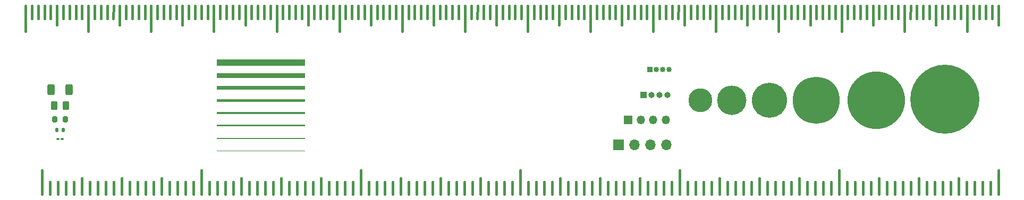
<source format=gbr>
%TF.GenerationSoftware,KiCad,Pcbnew,7.0.1*%
%TF.CreationDate,2023-09-01T22:28:08+01:00*%
%TF.ProjectId,Ruler_KiCad,52756c65-725f-44b6-9943-61642e6b6963,rev?*%
%TF.SameCoordinates,Original*%
%TF.FileFunction,Soldermask,Top*%
%TF.FilePolarity,Negative*%
%FSLAX46Y46*%
G04 Gerber Fmt 4.6, Leading zero omitted, Abs format (unit mm)*
G04 Created by KiCad (PCBNEW 7.0.1) date 2023-09-01 22:28:08*
%MOMM*%
%LPD*%
G01*
G04 APERTURE LIST*
G04 Aperture macros list*
%AMRoundRect*
0 Rectangle with rounded corners*
0 $1 Rounding radius*
0 $2 $3 $4 $5 $6 $7 $8 $9 X,Y pos of 4 corners*
0 Add a 4 corners polygon primitive as box body*
4,1,4,$2,$3,$4,$5,$6,$7,$8,$9,$2,$3,0*
0 Add four circle primitives for the rounded corners*
1,1,$1+$1,$2,$3*
1,1,$1+$1,$4,$5*
1,1,$1+$1,$6,$7*
1,1,$1+$1,$8,$9*
0 Add four rect primitives between the rounded corners*
20,1,$1+$1,$2,$3,$4,$5,0*
20,1,$1+$1,$4,$5,$6,$7,0*
20,1,$1+$1,$6,$7,$8,$9,0*
20,1,$1+$1,$8,$9,$2,$3,0*%
G04 Aperture macros list end*
%ADD10C,0.381000*%
%ADD11R,0.850000X0.850000*%
%ADD12O,0.850000X0.850000*%
%ADD13R,1.000000X1.000000*%
%ADD14O,1.000000X1.000000*%
%ADD15C,7.500000*%
%ADD16C,11.000000*%
%ADD17C,4.700000*%
%ADD18RoundRect,0.135000X-0.135000X-0.185000X0.135000X-0.185000X0.135000X0.185000X-0.135000X0.185000X0*%
%ADD19RoundRect,0.100000X-0.130000X-0.100000X0.130000X-0.100000X0.130000X0.100000X-0.130000X0.100000X0*%
%ADD20C,3.800000*%
%ADD21RoundRect,0.250000X-0.312500X-0.625000X0.312500X-0.625000X0.312500X0.625000X-0.312500X0.625000X0*%
%ADD22R,1.350000X1.350000*%
%ADD23O,1.350000X1.350000*%
%ADD24C,5.600000*%
%ADD25R,1.700000X1.700000*%
%ADD26O,1.700000X1.700000*%
%ADD27C,9.200000*%
%ADD28RoundRect,0.200000X-0.200000X-0.275000X0.200000X-0.275000X0.200000X0.275000X-0.200000X0.275000X0*%
%ADD29RoundRect,0.250000X-0.262500X-0.450000X0.262500X-0.450000X0.262500X0.450000X-0.262500X0.450000X0*%
G04 APERTURE END LIST*
D10*
%TO.C,REF\u002A\u002A*%
X75000020Y-85000000D02*
X75000020Y-89000000D01*
X76000780Y-85000000D02*
X76000020Y-87000000D01*
X77000380Y-85000000D02*
X76999620Y-87000000D01*
X78000380Y-85000000D02*
X77999620Y-87000000D01*
X79000380Y-85000000D02*
X78999620Y-87000000D01*
X80001280Y-85000000D02*
X80001280Y-88000000D01*
X81000380Y-85000000D02*
X80999620Y-87000000D01*
X82000380Y-85000000D02*
X81999620Y-87000000D01*
X83000380Y-85000000D02*
X82999620Y-87000000D01*
X84000380Y-85000000D02*
X83999620Y-87000000D01*
X85000400Y-85000000D02*
X85000400Y-89000000D01*
X86001160Y-85000000D02*
X86000400Y-87000000D01*
X87000760Y-85000000D02*
X87000000Y-87000000D01*
X88000760Y-85000000D02*
X88000000Y-87000000D01*
X89000760Y-85000000D02*
X89000000Y-87000000D01*
X90001660Y-85000000D02*
X90001660Y-88000000D01*
X91000760Y-85000000D02*
X91000000Y-87000000D01*
X92000760Y-85000000D02*
X92000000Y-87000000D01*
X93000760Y-85000000D02*
X93000000Y-87000000D01*
X94000760Y-85000000D02*
X94000000Y-87000000D01*
X94998360Y-85000000D02*
X94998360Y-89000000D01*
X95999120Y-85000000D02*
X95998360Y-87000000D01*
X96998720Y-85000000D02*
X96997960Y-87000000D01*
X97998720Y-85000000D02*
X97997960Y-87000000D01*
X98998720Y-85000000D02*
X98997960Y-87000000D01*
X99999620Y-85000000D02*
X99999620Y-88000000D01*
X100998720Y-85000000D02*
X100997960Y-87000000D01*
X101998720Y-85000000D02*
X101997960Y-87000000D01*
X102998720Y-85000000D02*
X102997960Y-87000000D01*
X103998720Y-85000000D02*
X103997960Y-87000000D01*
X104998740Y-85000000D02*
X104998740Y-89000000D01*
X105999500Y-85000000D02*
X105998740Y-87000000D01*
X106999100Y-85000000D02*
X106998340Y-87000000D01*
X107999100Y-85000000D02*
X107998340Y-87000000D01*
X108999100Y-85000000D02*
X108998340Y-87000000D01*
X110000000Y-85000000D02*
X110000000Y-88000000D01*
X110999100Y-85000000D02*
X110998340Y-87000000D01*
X111999100Y-85000000D02*
X111998340Y-87000000D01*
X112999100Y-85000000D02*
X112998340Y-87000000D01*
X113999100Y-85000000D02*
X113998340Y-87000000D01*
X114998360Y-85000000D02*
X114998360Y-89000000D01*
X115999120Y-85000000D02*
X115998360Y-87000000D01*
X116998720Y-85000000D02*
X116997960Y-87000000D01*
X117998720Y-85000000D02*
X117997960Y-87000000D01*
X118998720Y-85000000D02*
X118997960Y-87000000D01*
X119999620Y-85000000D02*
X119999620Y-88000000D01*
X120998720Y-85000000D02*
X120997960Y-87000000D01*
X121998720Y-85000000D02*
X121997960Y-87000000D01*
X122998720Y-85000000D02*
X122997960Y-87000000D01*
X123998720Y-85000000D02*
X123997960Y-87000000D01*
X124998740Y-85000000D02*
X124998740Y-89000000D01*
X125999500Y-85000000D02*
X125998740Y-87000000D01*
X126999100Y-85000000D02*
X126998340Y-87000000D01*
X127999100Y-85000000D02*
X127998340Y-87000000D01*
X128999100Y-85000000D02*
X128998340Y-87000000D01*
X130000000Y-85000000D02*
X130000000Y-88000000D01*
X130999100Y-85000000D02*
X130998340Y-87000000D01*
X131999100Y-85000000D02*
X131998340Y-87000000D01*
X132999100Y-85000000D02*
X132998340Y-87000000D01*
X133999100Y-85000000D02*
X133998340Y-87000000D01*
X134996700Y-85000000D02*
X134996700Y-89000000D01*
X135997460Y-85000000D02*
X135996700Y-87000000D01*
X136997060Y-85000000D02*
X136996300Y-87000000D01*
X137997060Y-85000000D02*
X137996300Y-87000000D01*
X138997060Y-85000000D02*
X138996300Y-87000000D01*
X139997960Y-85000000D02*
X139997960Y-88000000D01*
X140997060Y-85000000D02*
X140996300Y-87000000D01*
X141997060Y-85000000D02*
X141996300Y-87000000D01*
X142997060Y-85000000D02*
X142996300Y-87000000D01*
X143997060Y-85000000D02*
X143996300Y-87000000D01*
X144997080Y-85000000D02*
X144997080Y-89000000D01*
X145997840Y-85000000D02*
X145997080Y-87000000D01*
X146997440Y-85000000D02*
X146996680Y-87000000D01*
X147997440Y-85000000D02*
X147996680Y-87000000D01*
X148997440Y-85000000D02*
X148996680Y-87000000D01*
X149998340Y-85000000D02*
X149998340Y-88000000D01*
X150997440Y-85000000D02*
X150996680Y-87000000D01*
X151997440Y-85000000D02*
X151996680Y-87000000D01*
X152997440Y-85000000D02*
X152996680Y-87000000D01*
X153997440Y-85000000D02*
X153996680Y-87000000D01*
X155003340Y-85000000D02*
X155003340Y-89000000D01*
X156004100Y-85000000D02*
X156003340Y-87000000D01*
X157003700Y-85000000D02*
X157002940Y-87000000D01*
X158003700Y-85000000D02*
X158002940Y-87000000D01*
X159003700Y-85000000D02*
X159002940Y-87000000D01*
X160004600Y-85000000D02*
X160004600Y-88000000D01*
X161003700Y-85000000D02*
X161002940Y-87000000D01*
X162003700Y-85000000D02*
X162002940Y-87000000D01*
X163003700Y-85000000D02*
X163002940Y-87000000D01*
X164003700Y-85000000D02*
X164002940Y-87000000D01*
X165003720Y-85000000D02*
X165003720Y-89000000D01*
X166004480Y-85000000D02*
X166003720Y-87000000D01*
X167004080Y-85000000D02*
X167003320Y-87000000D01*
X168004080Y-85000000D02*
X168003320Y-87000000D01*
X169004080Y-85000000D02*
X169003320Y-87000000D01*
X170004980Y-85000000D02*
X170004980Y-88000000D01*
X171004080Y-85000000D02*
X171003320Y-87000000D01*
X172004080Y-85000000D02*
X172003320Y-87000000D01*
X173004080Y-85000000D02*
X173003320Y-87000000D01*
X174004080Y-85000000D02*
X174003320Y-87000000D01*
X175001680Y-85000000D02*
X175001680Y-89000000D01*
X176002440Y-85000000D02*
X176001680Y-87000000D01*
X177002040Y-85000000D02*
X177001280Y-87000000D01*
X178002040Y-85000000D02*
X178001280Y-87000000D01*
X179002040Y-85000000D02*
X179001280Y-87000000D01*
X180002940Y-85000000D02*
X180002940Y-88000000D01*
X181002040Y-85000000D02*
X181001280Y-87000000D01*
X182002040Y-85000000D02*
X182001280Y-87000000D01*
X183002040Y-85000000D02*
X183001280Y-87000000D01*
X184002040Y-85000000D02*
X184001280Y-87000000D01*
X185002060Y-85000000D02*
X185002060Y-89000000D01*
X186002820Y-85000000D02*
X186002060Y-87000000D01*
X187002420Y-85000000D02*
X187001660Y-87000000D01*
X188002420Y-85000000D02*
X188001660Y-87000000D01*
X189002420Y-85000000D02*
X189001660Y-87000000D01*
X190003320Y-85000000D02*
X190003320Y-88000000D01*
X191002420Y-85000000D02*
X191001660Y-87000000D01*
X192002420Y-85000000D02*
X192001660Y-87000000D01*
X193002420Y-85000000D02*
X193001660Y-87000000D01*
X194002420Y-85000000D02*
X194001660Y-87000000D01*
X195001680Y-85000000D02*
X195001680Y-89000000D01*
X196002440Y-85000000D02*
X196001680Y-87000000D01*
X197002040Y-85000000D02*
X197001280Y-87000000D01*
X198002040Y-85000000D02*
X198001280Y-87000000D01*
X199002040Y-85000000D02*
X199001280Y-87000000D01*
X200002940Y-85000000D02*
X200002940Y-88000000D01*
X201002040Y-85000000D02*
X201001280Y-87000000D01*
X202002040Y-85000000D02*
X202001280Y-87000000D01*
X203002040Y-85000000D02*
X203001280Y-87000000D01*
X204002040Y-85000000D02*
X204001280Y-87000000D01*
X205002060Y-85000000D02*
X205002060Y-89000000D01*
X206002820Y-85000000D02*
X206002060Y-87000000D01*
X207002420Y-85000000D02*
X207001660Y-87000000D01*
X208002420Y-85000000D02*
X208001660Y-87000000D01*
X209002420Y-85000000D02*
X209001660Y-87000000D01*
X210003320Y-85000000D02*
X210003320Y-88000000D01*
X211002420Y-85000000D02*
X211001660Y-87000000D01*
X212002420Y-85000000D02*
X212001660Y-87000000D01*
X213002420Y-85000000D02*
X213001660Y-87000000D01*
X214002420Y-85000000D02*
X214001660Y-87000000D01*
X215000020Y-85000000D02*
X215000020Y-89000000D01*
X216000780Y-85000000D02*
X216000020Y-87000000D01*
X217000380Y-85000000D02*
X216999620Y-87000000D01*
X218000380Y-85000000D02*
X217999620Y-87000000D01*
X219000380Y-85000000D02*
X218999620Y-87000000D01*
X220001280Y-85000000D02*
X220001280Y-88000000D01*
X221000380Y-85000000D02*
X220999620Y-87000000D01*
X222000380Y-85000000D02*
X221999620Y-87000000D01*
X223000380Y-85000000D02*
X222999620Y-87000000D01*
X224000380Y-85000000D02*
X223999620Y-87000000D01*
X225000400Y-85000000D02*
X225000400Y-89000000D01*
X226000380Y-85000000D02*
X225999620Y-87000000D01*
X226999980Y-85000000D02*
X226999220Y-87000000D01*
X227999980Y-85000000D02*
X227999220Y-87000000D01*
X228999980Y-85000000D02*
X228999220Y-87000000D01*
X230002060Y-85000000D02*
X230002060Y-88000000D01*
X230000000Y-115000000D02*
X230000000Y-111190000D01*
X228730000Y-115000000D02*
X228730000Y-113095000D01*
X227460000Y-115000000D02*
X227460000Y-113095000D01*
X226190000Y-115000000D02*
X226190000Y-113095000D01*
X224920000Y-115000000D02*
X224920000Y-113095000D01*
X223650000Y-115000000D02*
X223650000Y-112460000D01*
X222380000Y-115000000D02*
X222380000Y-113095000D01*
X221110000Y-115000000D02*
X221110000Y-113095000D01*
X219840000Y-115000000D02*
X219840000Y-113095000D01*
X218570000Y-115000000D02*
X218570000Y-113095000D01*
X217300000Y-115000000D02*
X217300000Y-112460000D01*
X216030000Y-115000000D02*
X216030000Y-113095000D01*
X214760000Y-115000000D02*
X214760000Y-113095000D01*
X213490000Y-115000000D02*
X213490000Y-113095000D01*
X212220000Y-115000000D02*
X212220000Y-113095000D01*
X210950000Y-115000000D02*
X210950000Y-112460000D01*
X209680000Y-115000000D02*
X209680000Y-113095000D01*
X208410000Y-115000000D02*
X208410000Y-113095000D01*
X207140000Y-115000000D02*
X207140000Y-113095000D01*
X205870000Y-115000000D02*
X205870000Y-113095000D01*
X204600000Y-115000000D02*
X204600000Y-111190000D01*
X203330000Y-115000000D02*
X203330000Y-113095000D01*
X202060000Y-115000000D02*
X202060000Y-113095000D01*
X200790000Y-115000000D02*
X200790000Y-113095000D01*
X199520000Y-115000000D02*
X199520000Y-113095000D01*
X198250000Y-115000000D02*
X198250000Y-112460000D01*
X196980000Y-115000000D02*
X196980000Y-113095000D01*
X195710000Y-115000000D02*
X195710000Y-113095000D01*
X194440000Y-115000000D02*
X194440000Y-113095000D01*
X193170000Y-115000000D02*
X193170000Y-113095000D01*
X191900000Y-115000000D02*
X191900000Y-112460000D01*
X190630000Y-115000000D02*
X190630000Y-113095000D01*
X189360000Y-115000000D02*
X189360000Y-113095000D01*
X188090000Y-115000000D02*
X188090000Y-113095000D01*
X186820000Y-115000000D02*
X186820000Y-113095000D01*
X185550000Y-115000000D02*
X185550000Y-112460000D01*
X184280000Y-115000000D02*
X184280000Y-113095000D01*
X183010000Y-115000000D02*
X183010000Y-113095000D01*
X181740000Y-115000000D02*
X181740000Y-113095000D01*
X180470000Y-115000000D02*
X180470000Y-113095000D01*
X179200000Y-115000000D02*
X179200000Y-111190000D01*
X177930000Y-115000000D02*
X177930000Y-113095000D01*
X176660000Y-115000000D02*
X176660000Y-113095000D01*
X175390000Y-115000000D02*
X175390000Y-113095000D01*
X174120000Y-115000000D02*
X174120000Y-113095000D01*
X172850000Y-115000000D02*
X172850000Y-112460000D01*
X171580000Y-115000000D02*
X171580000Y-113095000D01*
X170310000Y-115000000D02*
X170310000Y-113095000D01*
X169040000Y-115000000D02*
X169040000Y-113095000D01*
X167770000Y-115000000D02*
X167770000Y-113095000D01*
X166500000Y-115000000D02*
X166500000Y-112460000D01*
X165230000Y-115000000D02*
X165230000Y-113095000D01*
X163960000Y-115000000D02*
X163960000Y-113095000D01*
X162690000Y-115000000D02*
X162690000Y-113095000D01*
X161420000Y-115000000D02*
X161420000Y-113095000D01*
X160150000Y-115000000D02*
X160150000Y-112460000D01*
X158880000Y-115000000D02*
X158880000Y-113095000D01*
X157610000Y-115000000D02*
X157610000Y-113095000D01*
X156340000Y-115000000D02*
X156340000Y-113095000D01*
X155070000Y-115000000D02*
X155070000Y-113095000D01*
X153800000Y-115000000D02*
X153800000Y-111190000D01*
X152530000Y-115000000D02*
X152530000Y-113095000D01*
X151260000Y-115000000D02*
X151260000Y-113095000D01*
X149990000Y-115000000D02*
X149990000Y-113095000D01*
X148720000Y-115000000D02*
X148720000Y-113095000D01*
X147450000Y-115000000D02*
X147450000Y-112460000D01*
X146180000Y-115000000D02*
X146180000Y-113095000D01*
X144910000Y-115000000D02*
X144910000Y-113095000D01*
X143640000Y-115000000D02*
X143640000Y-113095000D01*
X142370000Y-115000000D02*
X142370000Y-113095000D01*
X141100000Y-115000000D02*
X141100000Y-112460000D01*
X139830000Y-115000000D02*
X139830000Y-113095000D01*
X138560000Y-115000000D02*
X138560000Y-113095000D01*
X137290000Y-115000000D02*
X137290000Y-113095000D01*
X136020000Y-115000000D02*
X136020000Y-113095000D01*
X134750000Y-115000000D02*
X134750000Y-112460000D01*
X133480000Y-115000000D02*
X133480000Y-113095000D01*
X132210000Y-115000000D02*
X132210000Y-113095000D01*
X130940000Y-115000000D02*
X130940000Y-113095000D01*
X129670000Y-115000000D02*
X129670000Y-113095000D01*
X128400000Y-115000000D02*
X128400000Y-111190000D01*
X127130000Y-115000000D02*
X127130000Y-113095000D01*
X125860000Y-115000000D02*
X125860000Y-113095000D01*
X124590000Y-115000000D02*
X124590000Y-113095000D01*
X123320000Y-115000000D02*
X123320000Y-113095000D01*
X122050000Y-115000000D02*
X122050000Y-112460000D01*
X120780000Y-115000000D02*
X120780000Y-113095000D01*
X119510000Y-115000000D02*
X119510000Y-113095000D01*
X118240000Y-115000000D02*
X118240000Y-113095000D01*
X116970000Y-115000000D02*
X116970000Y-113095000D01*
X115700000Y-115000000D02*
X115700000Y-112460000D01*
X114430000Y-115000000D02*
X114430000Y-113095000D01*
X113160000Y-115000000D02*
X113160000Y-113095000D01*
X111890000Y-115000000D02*
X111890000Y-113095000D01*
X110620000Y-115000000D02*
X110620000Y-113095000D01*
X109350000Y-115000000D02*
X109350000Y-112460000D01*
X108080000Y-115000000D02*
X108080000Y-113095000D01*
X106810000Y-115000000D02*
X106810000Y-113095000D01*
X105540000Y-115000000D02*
X105540000Y-113095000D01*
X104270000Y-115000000D02*
X104270000Y-113095000D01*
X103000000Y-115000000D02*
X103000000Y-111190000D01*
X101730000Y-115000000D02*
X101730000Y-113095000D01*
X100460000Y-115000000D02*
X100460000Y-113095000D01*
X99190000Y-115000000D02*
X99190000Y-113095000D01*
X97920000Y-115000000D02*
X97920000Y-113095000D01*
X96650000Y-115000000D02*
X96650000Y-112460000D01*
X95380000Y-115000000D02*
X95380000Y-113095000D01*
X94110000Y-115000000D02*
X94110000Y-113095000D01*
X92840000Y-115000000D02*
X92840000Y-113095000D01*
X91570000Y-115000000D02*
X91570000Y-113095000D01*
X90300000Y-115000000D02*
X90300000Y-112460000D01*
X89030000Y-115000000D02*
X89030000Y-113095000D01*
X87760000Y-115000000D02*
X87760000Y-113095000D01*
X86490000Y-115000000D02*
X86490000Y-113095000D01*
X85220000Y-115000000D02*
X85220000Y-113095000D01*
X83950000Y-115000000D02*
X83950000Y-112460000D01*
X82680000Y-115000000D02*
X82680000Y-113095000D01*
X81410000Y-115000000D02*
X81410000Y-113095000D01*
X80140000Y-115000000D02*
X80140000Y-113095000D01*
X78870000Y-115000000D02*
X78870000Y-113095000D01*
X77600000Y-115000000D02*
X77600000Y-111190000D01*
G36*
X105491000Y-95679600D02*
G01*
X119507000Y-95679600D01*
X119507000Y-96441600D01*
X105491000Y-96441600D01*
X105491000Y-95679600D01*
G37*
G36*
X105499000Y-97759600D02*
G01*
X119499000Y-97759600D01*
X119499000Y-98369200D01*
X105499000Y-98369200D01*
X105499000Y-97759600D01*
G37*
G36*
X105499000Y-99849600D02*
G01*
X119499000Y-99849600D01*
X119499000Y-100307200D01*
X105499000Y-100307200D01*
X105499000Y-99849600D01*
G37*
G36*
X105499000Y-103929600D02*
G01*
X119499000Y-103929600D01*
X119499000Y-104183200D01*
X105499000Y-104183200D01*
X105499000Y-103929600D01*
G37*
G36*
X105501000Y-93549600D02*
G01*
X119517000Y-93549600D01*
X119517000Y-94565600D01*
X105501000Y-94565600D01*
X105501000Y-93549600D01*
G37*
G36*
X105509000Y-101904400D02*
G01*
X119509000Y-101904400D01*
X119509000Y-102209600D01*
X105509000Y-102209600D01*
X105509000Y-101904400D01*
G37*
G36*
X105509000Y-106004600D02*
G01*
X119509000Y-106004600D01*
X119509000Y-106207400D01*
X105509000Y-106207400D01*
X105509000Y-106004600D01*
G37*
G36*
X105509000Y-108039600D02*
G01*
X119509000Y-108039600D01*
X119509000Y-108192400D01*
X105509000Y-108192400D01*
X105509000Y-108039600D01*
G37*
%TD*%
D11*
%TO.C,REF\u002A\u002A*%
X174500000Y-95150000D03*
D12*
X175500000Y-95150000D03*
X176500000Y-95150000D03*
X177500000Y-95150000D03*
%TD*%
D13*
%TO.C,REF\u002A\u002A*%
X173460000Y-99150000D03*
D14*
X174730000Y-99150000D03*
X176000000Y-99150000D03*
X177270000Y-99150000D03*
%TD*%
D15*
%TO.C,REF\u002A\u002A*%
X201000000Y-100000000D03*
%TD*%
D16*
%TO.C,REF\u002A\u002A*%
X221500000Y-99900000D03*
%TD*%
D17*
%TO.C,REF\u002A\u002A*%
X187500000Y-100000000D03*
%TD*%
D18*
%TO.C,REF\u002A\u002A*%
X79990000Y-104800000D03*
X81010000Y-104800000D03*
%TD*%
D19*
%TO.C,REF\u002A\u002A*%
X80180000Y-106200000D03*
X80820000Y-106200000D03*
%TD*%
D20*
%TO.C,REF\u002A\u002A*%
X182500000Y-100000000D03*
%TD*%
D21*
%TO.C,REF\u002A\u002A*%
X79037500Y-98300000D03*
X81962500Y-98300000D03*
%TD*%
D22*
%TO.C,REF\u002A\u002A*%
X171000000Y-103150000D03*
D23*
X173000000Y-103150000D03*
X175000000Y-103150000D03*
X177000000Y-103150000D03*
%TD*%
D24*
%TO.C,REF\u002A\u002A*%
X193500000Y-100000000D03*
%TD*%
D25*
%TO.C,REF\u002A\u002A*%
X169450000Y-107150000D03*
D26*
X171990000Y-107150000D03*
X174530000Y-107150000D03*
X177070000Y-107150000D03*
%TD*%
D27*
%TO.C,REF\u002A\u002A*%
X210500000Y-100000000D03*
%TD*%
D28*
%TO.C,REF\u002A\u002A*%
X79675000Y-103100000D03*
X81325000Y-103100000D03*
%TD*%
D29*
%TO.C,REF\u002A\u002A*%
X79587500Y-100900000D03*
X81412500Y-100900000D03*
%TD*%
M02*

</source>
